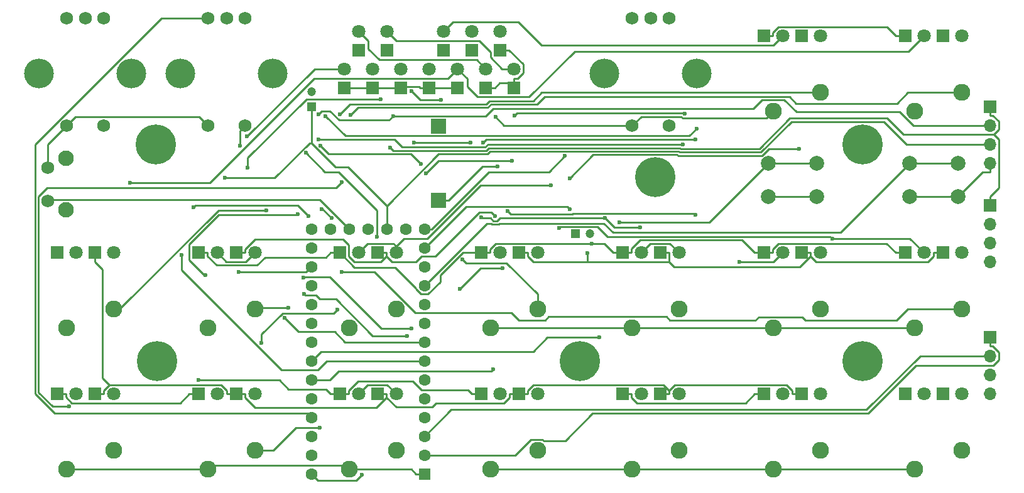
<source format=gbr>
G04 #@! TF.FileFunction,Copper,L1,Top,Signal*
%FSLAX46Y46*%
G04 Gerber Fmt 4.6, Leading zero omitted, Abs format (unit mm)*
G04 Created by KiCad (PCBNEW 4.0.6+dfsg1-1) date Mon Mar  5 09:48:27 2018*
%MOMM*%
%LPD*%
G01*
G04 APERTURE LIST*
%ADD10C,0.100000*%
%ADD11C,1.600000*%
%ADD12R,1.600000X1.600000*%
%ADD13C,2.286000*%
%ADD14R,1.200000X1.200000*%
%ADD15C,1.200000*%
%ADD16R,1.800000X1.800000*%
%ADD17C,1.800000*%
%ADD18R,1.998980X1.998980*%
%ADD19C,5.400000*%
%ADD20C,0.600000*%
%ADD21C,1.750000*%
%ADD22O,4.000000X4.000000*%
%ADD23C,2.000000*%
%ADD24C,2.100000*%
%ADD25R,1.700000X1.700000*%
%ADD26O,1.700000X1.700000*%
%ADD27C,0.250000*%
G04 APERTURE END LIST*
D10*
D11*
X132715000Y-53340000D03*
X130175000Y-53340000D03*
X127635000Y-53340000D03*
X125095000Y-53340000D03*
X135255000Y-53340000D03*
X137795000Y-53340000D03*
X140335000Y-53340000D03*
X125095000Y-55880000D03*
X125095000Y-58420000D03*
X125095000Y-60960000D03*
X125095000Y-63500000D03*
X125095000Y-66040000D03*
X125095000Y-68580000D03*
X125095000Y-71120000D03*
X125095000Y-73660000D03*
X125095000Y-76200000D03*
X125095000Y-78740000D03*
X125095000Y-81280000D03*
X125095000Y-83820000D03*
X125095000Y-86360000D03*
X140335000Y-55880000D03*
X140335000Y-58420000D03*
X140335000Y-60960000D03*
X140335000Y-63500000D03*
X140335000Y-66040000D03*
X140335000Y-68580000D03*
X140335000Y-71120000D03*
X140335000Y-73660000D03*
X140335000Y-76200000D03*
X140335000Y-78740000D03*
X140335000Y-81280000D03*
X140335000Y-83820000D03*
D12*
X140335000Y-86360000D03*
D13*
X92075000Y-85725000D03*
X98425000Y-83185000D03*
X111125000Y-85725000D03*
X117475000Y-83185000D03*
X130175000Y-85725000D03*
X136525000Y-83185000D03*
X149225000Y-85725000D03*
X155575000Y-83185000D03*
X168275000Y-85725000D03*
X174625000Y-83185000D03*
X187325000Y-85725000D03*
X193675000Y-83185000D03*
X206375000Y-85725000D03*
X212725000Y-83185000D03*
X92075000Y-66675000D03*
X98425000Y-64135000D03*
X111125000Y-66675000D03*
X117475000Y-64135000D03*
X130175000Y-66675000D03*
X136525000Y-64135000D03*
X149225000Y-66675000D03*
X155575000Y-64135000D03*
X168275000Y-66675000D03*
X174625000Y-64135000D03*
X187325000Y-66675000D03*
X193675000Y-64135000D03*
X206375000Y-66675000D03*
X212725000Y-64135000D03*
X187325000Y-37465000D03*
X193675000Y-34925000D03*
X206375000Y-37465000D03*
X212725000Y-34925000D03*
D14*
X160655000Y-53975000D03*
D15*
X162655000Y-53975000D03*
D16*
X95885000Y-75565000D03*
D17*
X98425000Y-75565000D03*
D16*
X114935000Y-75565000D03*
D17*
X117475000Y-75565000D03*
D16*
X133985000Y-75565000D03*
D17*
X136525000Y-75565000D03*
D16*
X153035000Y-75565000D03*
D17*
X155575000Y-75565000D03*
D16*
X172085000Y-75565000D03*
D17*
X174625000Y-75565000D03*
D16*
X191135000Y-75565000D03*
D17*
X193675000Y-75565000D03*
D16*
X210185000Y-75565000D03*
D17*
X212725000Y-75565000D03*
D16*
X95885000Y-56515000D03*
D17*
X98425000Y-56515000D03*
D16*
X114935000Y-56515000D03*
D17*
X117475000Y-56515000D03*
D16*
X133985000Y-56515000D03*
D17*
X136525000Y-56515000D03*
D16*
X153035000Y-56515000D03*
D17*
X155575000Y-56515000D03*
D16*
X172085000Y-56515000D03*
D17*
X174625000Y-56515000D03*
D16*
X191135000Y-56515000D03*
D17*
X193675000Y-56515000D03*
D16*
X210185000Y-56515000D03*
D17*
X212725000Y-56515000D03*
D16*
X191135000Y-27305000D03*
D17*
X193675000Y-27305000D03*
D16*
X210185000Y-27305000D03*
D17*
X212725000Y-27305000D03*
D16*
X129540000Y-34290000D03*
D17*
X129540000Y-31750000D03*
D16*
X131445000Y-29210000D03*
D17*
X131445000Y-26670000D03*
D16*
X133350000Y-34290000D03*
D17*
X133350000Y-31750000D03*
D16*
X135255000Y-29210000D03*
D17*
X135255000Y-26670000D03*
D16*
X137160000Y-34290000D03*
D17*
X137160000Y-31750000D03*
D16*
X140970000Y-34290000D03*
D17*
X140970000Y-31750000D03*
D16*
X142875000Y-29210000D03*
D17*
X142875000Y-26670000D03*
D16*
X144780000Y-34290000D03*
D17*
X144780000Y-31750000D03*
D16*
X146685000Y-29210000D03*
D17*
X146685000Y-26670000D03*
D16*
X148590000Y-34290000D03*
D17*
X148590000Y-31750000D03*
D16*
X150495000Y-29210000D03*
D17*
X150495000Y-26670000D03*
D16*
X152400000Y-34290000D03*
D17*
X152400000Y-31750000D03*
D16*
X90805000Y-75565000D03*
D17*
X93345000Y-75565000D03*
D16*
X109855000Y-75565000D03*
D17*
X112395000Y-75565000D03*
D16*
X128905000Y-75565000D03*
D17*
X131445000Y-75565000D03*
D16*
X147955000Y-75565000D03*
D17*
X150495000Y-75565000D03*
D16*
X167005000Y-75565000D03*
D17*
X169545000Y-75565000D03*
D16*
X186055000Y-75565000D03*
D17*
X188595000Y-75565000D03*
D16*
X205105000Y-75565000D03*
D17*
X207645000Y-75565000D03*
D16*
X90805000Y-56515000D03*
D17*
X93345000Y-56515000D03*
D16*
X109855000Y-56515000D03*
D17*
X112395000Y-56515000D03*
D16*
X128905000Y-56515000D03*
D17*
X131445000Y-56515000D03*
D16*
X147955000Y-56515000D03*
D17*
X150495000Y-56515000D03*
D16*
X167005000Y-56515000D03*
D17*
X169545000Y-56515000D03*
D16*
X186055000Y-56515000D03*
D17*
X188595000Y-56515000D03*
D16*
X205105000Y-56515000D03*
D17*
X207645000Y-56515000D03*
D16*
X186055000Y-27305000D03*
D17*
X188595000Y-27305000D03*
D16*
X205105000Y-27305000D03*
D17*
X207645000Y-27305000D03*
D18*
X142240000Y-49451260D03*
X142240000Y-39448740D03*
D19*
X104260000Y-71120000D03*
D20*
X106285000Y-71120000D03*
X105691891Y-72551891D03*
X104260000Y-73145000D03*
X102828109Y-72551891D03*
X102235000Y-71120000D03*
X102828109Y-69688109D03*
X104260000Y-69095000D03*
X105691891Y-69688109D03*
D19*
X161290000Y-71120000D03*
D20*
X163315000Y-71120000D03*
X162721891Y-72551891D03*
X161290000Y-73145000D03*
X159858109Y-72551891D03*
X159265000Y-71120000D03*
X159858109Y-69688109D03*
X161290000Y-69095000D03*
X162721891Y-69688109D03*
D19*
X199390000Y-71120000D03*
D20*
X201415000Y-71120000D03*
X200821891Y-72551891D03*
X199390000Y-73145000D03*
X197958109Y-72551891D03*
X197365000Y-71120000D03*
X197958109Y-69688109D03*
X199390000Y-69095000D03*
X200821891Y-69688109D03*
D19*
X199390000Y-41910000D03*
D20*
X201415000Y-41910000D03*
X200821891Y-43341891D03*
X199390000Y-43935000D03*
X197958109Y-43341891D03*
X197365000Y-41910000D03*
X197958109Y-40478109D03*
X199390000Y-39885000D03*
X200821891Y-40478109D03*
D19*
X171450000Y-46355000D03*
D20*
X173475000Y-46355000D03*
X172881891Y-47786891D03*
X171450000Y-48380000D03*
X170018109Y-47786891D03*
X169425000Y-46355000D03*
X170018109Y-44923109D03*
X171450000Y-44330000D03*
X172881891Y-44923109D03*
D19*
X104140000Y-41910000D03*
D20*
X106165000Y-41910000D03*
X105571891Y-43341891D03*
X104140000Y-43935000D03*
X102708109Y-43341891D03*
X102115000Y-41910000D03*
X102708109Y-40478109D03*
X104140000Y-39885000D03*
X105571891Y-40478109D03*
D21*
X173315000Y-24885000D03*
X168315000Y-24885000D03*
X170815000Y-24885000D03*
X168315000Y-39385000D03*
X173315000Y-39385000D03*
D22*
X164615000Y-32385000D03*
X177015000Y-32385000D03*
D14*
X125095000Y-36830000D03*
D15*
X125095000Y-34830000D03*
D23*
X186690000Y-48950000D03*
X186690000Y-44450000D03*
X193190000Y-48950000D03*
X193190000Y-44450000D03*
X205740000Y-48950000D03*
X205740000Y-44450000D03*
X212240000Y-48950000D03*
X212240000Y-44450000D03*
D24*
X92025000Y-43770000D03*
D21*
X89535000Y-45030000D03*
X89535000Y-49530000D03*
D24*
X92025000Y-50780000D03*
D21*
X116165000Y-24885000D03*
X111165000Y-24885000D03*
X113665000Y-24885000D03*
X111165000Y-39385000D03*
X116165000Y-39385000D03*
D22*
X107465000Y-32385000D03*
X119865000Y-32385000D03*
D21*
X97115000Y-24885000D03*
X92115000Y-24885000D03*
X94615000Y-24885000D03*
X92115000Y-39385000D03*
X97115000Y-39385000D03*
D22*
X88415000Y-32385000D03*
X100815000Y-32385000D03*
D25*
X216535000Y-36830000D03*
D26*
X216535000Y-39370000D03*
X216535000Y-41910000D03*
X216535000Y-44450000D03*
D25*
X216535000Y-50165000D03*
D26*
X216535000Y-52705000D03*
X216535000Y-55245000D03*
X216535000Y-57785000D03*
D25*
X216535000Y-67945000D03*
D26*
X216535000Y-70485000D03*
X216535000Y-73025000D03*
X216535000Y-75565000D03*
D20*
X149893000Y-38236000D03*
X150199300Y-44854700D03*
X150873300Y-58613600D03*
X145090100Y-61432200D03*
X131863200Y-86487400D03*
X113472300Y-46436300D03*
X109866200Y-73701200D03*
X176856800Y-41236200D03*
X148211700Y-41683600D03*
X175404000Y-37761200D03*
X152501500Y-38052300D03*
X162290700Y-56612700D03*
X149882400Y-51599100D03*
X162912000Y-55289700D03*
X159879600Y-46481500D03*
X190796400Y-42532900D03*
X157338800Y-47424000D03*
X128623400Y-64174700D03*
X118385200Y-68724400D03*
X158513500Y-53222500D03*
X195288000Y-54624500D03*
X152098500Y-44140000D03*
X140509600Y-45863700D03*
X116429600Y-40857600D03*
X142542400Y-35893600D03*
X138609000Y-34752100D03*
X182751600Y-57763300D03*
X176838500Y-51436100D03*
X151554800Y-50937400D03*
X100657800Y-47140100D03*
X169408400Y-53143400D03*
X164655400Y-51876800D03*
X147974300Y-51746500D03*
X163885500Y-67966800D03*
X149595600Y-72223900D03*
X109214100Y-50360300D03*
X124714000Y-51610800D03*
X115283400Y-59133100D03*
X146583400Y-41683600D03*
X138915800Y-41683600D03*
X159260700Y-43484800D03*
X159940500Y-50677000D03*
X129216200Y-47050900D03*
X92404100Y-77276700D03*
X126219600Y-80154600D03*
X126468600Y-50629200D03*
X127790200Y-51866300D03*
X124007000Y-59874000D03*
X138600800Y-66765900D03*
X124109000Y-62054200D03*
X138030300Y-67727300D03*
X123220800Y-51335500D03*
X110772400Y-59543100D03*
X119049700Y-50793500D03*
X122030800Y-63950800D03*
X124394800Y-43071300D03*
X133933500Y-54417500D03*
X126346900Y-42114700D03*
X139854100Y-44580300D03*
X145485100Y-57437000D03*
X126078300Y-41285200D03*
X175155800Y-41900700D03*
X127000100Y-38100800D03*
X176984000Y-39811400D03*
X129170100Y-59117600D03*
X128911700Y-37874800D03*
X130340000Y-37993400D03*
X166632900Y-52396500D03*
X136151300Y-38092300D03*
X126072100Y-37867100D03*
X135704400Y-42365300D03*
X134443800Y-35795600D03*
X116467100Y-45037800D03*
X115505100Y-42097800D03*
X121515900Y-65324300D03*
X107593300Y-56858800D03*
D27*
X216535000Y-44450000D02*
X216535000Y-45625300D01*
X215564700Y-45625300D02*
X212240000Y-48950000D01*
X216535000Y-45625300D02*
X215564700Y-45625300D01*
X212240000Y-48950000D02*
X205740000Y-48950000D01*
X193190000Y-48950000D02*
X186690000Y-48950000D01*
X187325000Y-66675000D02*
X206375000Y-66675000D01*
X151042000Y-39385000D02*
X149893000Y-38236000D01*
X168315000Y-39385000D02*
X151042000Y-39385000D01*
X111125000Y-85725000D02*
X92075000Y-85725000D01*
X111680600Y-85169400D02*
X111125000Y-85725000D01*
X129619400Y-85169400D02*
X111680600Y-85169400D01*
X130175000Y-85725000D02*
X129619400Y-85169400D01*
X206375000Y-85725000D02*
X187325000Y-85725000D01*
X187325000Y-85725000D02*
X168275000Y-85725000D01*
X168275000Y-85725000D02*
X149225000Y-85725000D01*
X187325000Y-66675000D02*
X168275000Y-66675000D01*
X168275000Y-66675000D02*
X149225000Y-66675000D01*
X89535000Y-41965000D02*
X89535000Y-45030000D01*
X92115000Y-39385000D02*
X89535000Y-41965000D01*
X93324800Y-38175200D02*
X92115000Y-39385000D01*
X109955200Y-38175200D02*
X93324800Y-38175200D01*
X111165000Y-39385000D02*
X109955200Y-38175200D01*
X186403500Y-38386500D02*
X187325000Y-37465000D01*
X175145000Y-38386500D02*
X186403500Y-38386500D01*
X174927300Y-38168800D02*
X175145000Y-38386500D01*
X169531200Y-38168800D02*
X174927300Y-38168800D01*
X168315000Y-39385000D02*
X169531200Y-38168800D01*
X138574700Y-85725000D02*
X130175000Y-85725000D01*
X139209700Y-86360000D02*
X138574700Y-85725000D01*
X140335000Y-86360000D02*
X139209700Y-86360000D01*
X142240000Y-49451300D02*
X143564800Y-49451300D01*
X148161400Y-44854700D02*
X150199300Y-44854700D01*
X143564800Y-49451300D02*
X148161400Y-44854700D01*
X147908700Y-58613600D02*
X145090100Y-61432200D01*
X150873300Y-58613600D02*
X147908700Y-58613600D01*
X125949700Y-87214700D02*
X125095000Y-86360000D01*
X131135900Y-87214700D02*
X125949700Y-87214700D01*
X131863200Y-86487400D02*
X131135900Y-87214700D01*
X125095000Y-36830000D02*
X125095000Y-37755300D01*
X135255000Y-50213700D02*
X135255000Y-53340000D01*
X205280100Y-41910000D02*
X216535000Y-41910000D01*
X202232000Y-38861900D02*
X205280100Y-41910000D01*
X189766800Y-38861900D02*
X202232000Y-38861900D01*
X185652400Y-42976300D02*
X189766800Y-38861900D01*
X174710200Y-42976300D02*
X185652400Y-42976300D01*
X174593300Y-42859400D02*
X174710200Y-42976300D01*
X149194100Y-42859400D02*
X174593300Y-42859400D01*
X148844000Y-43209500D02*
X149194100Y-42859400D01*
X142259200Y-43209500D02*
X148844000Y-43209500D01*
X135255000Y-50213700D02*
X142259200Y-43209500D01*
X120145500Y-46436300D02*
X113472300Y-46436300D01*
X124834700Y-41747100D02*
X120145500Y-46436300D01*
X125095000Y-41747100D02*
X124834700Y-41747100D01*
X125095000Y-37755300D02*
X125095000Y-41747100D01*
X130050800Y-45009500D02*
X135255000Y-50213700D01*
X128357400Y-45009500D02*
X130050800Y-45009500D01*
X125095000Y-41747100D02*
X128357400Y-45009500D01*
X147955000Y-75565000D02*
X146729700Y-75565000D01*
X128905000Y-75565000D02*
X130130300Y-75565000D01*
X127044700Y-74930000D02*
X127679700Y-75565000D01*
X122014900Y-74930000D02*
X127044700Y-74930000D01*
X120786100Y-73701200D02*
X122014900Y-74930000D01*
X109866200Y-73701200D02*
X120786100Y-73701200D01*
X128905000Y-75565000D02*
X127679700Y-75565000D01*
X148659100Y-41236200D02*
X176856800Y-41236200D01*
X148211700Y-41683600D02*
X148659100Y-41236200D01*
X183604400Y-76790300D02*
X184829700Y-75565000D01*
X168996100Y-76790300D02*
X183604400Y-76790300D01*
X168230300Y-76024500D02*
X168996100Y-76790300D01*
X168230300Y-75565000D02*
X168230300Y-76024500D01*
X167005000Y-75565000D02*
X168230300Y-75565000D01*
X186055000Y-75565000D02*
X184829700Y-75565000D01*
X107404400Y-76790300D02*
X108629700Y-75565000D01*
X92819800Y-76790300D02*
X107404400Y-76790300D01*
X92030300Y-76000800D02*
X92819800Y-76790300D01*
X92030300Y-75565000D02*
X92030300Y-76000800D01*
X90805000Y-75565000D02*
X92030300Y-75565000D01*
X109855000Y-75565000D02*
X108629700Y-75565000D01*
X130130300Y-75105400D02*
X130130300Y-75565000D01*
X131346300Y-73889400D02*
X130130300Y-75105400D01*
X138759400Y-73889400D02*
X131346300Y-73889400D01*
X139944600Y-75074600D02*
X138759400Y-73889400D01*
X146239300Y-75074600D02*
X139944600Y-75074600D01*
X146729700Y-75565000D02*
X146239300Y-75074600D01*
X144780000Y-34290000D02*
X140970000Y-34290000D01*
X133350000Y-34290000D02*
X129540000Y-34290000D01*
X140970000Y-34290000D02*
X139744700Y-34290000D01*
X133350000Y-34290000D02*
X134575300Y-34290000D01*
X137323200Y-34126800D02*
X137160000Y-34290000D01*
X139581500Y-34126800D02*
X137323200Y-34126800D01*
X139744700Y-34290000D02*
X139581500Y-34126800D01*
X137160000Y-34290000D02*
X134575300Y-34290000D01*
X133985000Y-75565000D02*
X135210300Y-75565000D01*
X95885000Y-75565000D02*
X97110300Y-75565000D01*
X114935000Y-75565000D02*
X113709700Y-75565000D01*
X114935000Y-75565000D02*
X116160300Y-75565000D01*
X153035000Y-75565000D02*
X151809700Y-75565000D01*
X151809700Y-76024600D02*
X151809700Y-75565000D01*
X151044000Y-76790300D02*
X151809700Y-76024600D01*
X141910600Y-76790300D02*
X151044000Y-76790300D01*
X141345700Y-77355200D02*
X141910600Y-76790300D01*
X136541000Y-77355200D02*
X141345700Y-77355200D01*
X135210300Y-76024500D02*
X136541000Y-77355200D01*
X133856800Y-77378000D02*
X135210300Y-76024500D01*
X117513800Y-77378000D02*
X133856800Y-77378000D01*
X116160300Y-76024500D02*
X117513800Y-77378000D01*
X116160300Y-75565000D02*
X116160300Y-76024500D01*
X135210300Y-76024500D02*
X135210300Y-75565000D01*
X191135000Y-75565000D02*
X189909700Y-75565000D01*
X172085000Y-75565000D02*
X173310300Y-75565000D01*
X153035000Y-75565000D02*
X154260300Y-75565000D01*
X154260300Y-75105400D02*
X154260300Y-75565000D01*
X155026000Y-74339700D02*
X154260300Y-75105400D01*
X172544600Y-74339700D02*
X155026000Y-74339700D01*
X173310300Y-75105400D02*
X172544600Y-74339700D01*
X174076000Y-74339700D02*
X173310300Y-75105400D01*
X189143900Y-74339700D02*
X174076000Y-74339700D01*
X189909700Y-75105500D02*
X189143900Y-74339700D01*
X189909700Y-75565000D02*
X189909700Y-75105500D01*
X173310300Y-75105400D02*
X173310300Y-75565000D01*
X96956500Y-73420100D02*
X97876100Y-74339700D01*
X96956500Y-58811800D02*
X96956500Y-73420100D01*
X95885000Y-57740300D02*
X96956500Y-58811800D01*
X97110300Y-75105500D02*
X97876100Y-74339700D01*
X97110300Y-75565000D02*
X97110300Y-75105500D01*
X113709700Y-75105400D02*
X113709700Y-75565000D01*
X112944000Y-74339700D02*
X113709700Y-75105400D01*
X97876100Y-74339700D02*
X112944000Y-74339700D01*
X95885000Y-56515000D02*
X95885000Y-57740300D01*
X175358100Y-37715300D02*
X175404000Y-37761200D01*
X152838500Y-37715300D02*
X175358100Y-37715300D01*
X152501500Y-38052300D02*
X152838500Y-37715300D01*
X133985000Y-56515000D02*
X135210300Y-56515000D01*
X114935000Y-56515000D02*
X116160300Y-56515000D01*
X153035000Y-56515000D02*
X154260300Y-56515000D01*
X210185000Y-56515000D02*
X208959700Y-56515000D01*
X191135000Y-56515000D02*
X192360300Y-56515000D01*
X172085000Y-56515000D02*
X173310300Y-56515000D01*
X193126000Y-57740300D02*
X192360300Y-56974600D01*
X208193900Y-57740300D02*
X193126000Y-57740300D01*
X208959700Y-56974500D02*
X208193900Y-57740300D01*
X208959700Y-56515000D02*
X208959700Y-56974500D01*
X192360300Y-56974600D02*
X192360300Y-56515000D01*
X155026000Y-57740300D02*
X162290700Y-57740300D01*
X154260300Y-56974600D02*
X155026000Y-57740300D01*
X154260300Y-56515000D02*
X154260300Y-56974600D01*
X162290700Y-57740300D02*
X162290700Y-56612700D01*
X173310300Y-57740300D02*
X162290700Y-57740300D01*
X173982000Y-58412000D02*
X173310300Y-57740300D01*
X190922900Y-58412000D02*
X173982000Y-58412000D01*
X192360300Y-56974600D02*
X190922900Y-58412000D01*
X173310300Y-57740300D02*
X173310300Y-56515000D01*
X135976100Y-57740400D02*
X135210300Y-56974600D01*
X139209600Y-57740400D02*
X135976100Y-57740400D01*
X139944600Y-57005400D02*
X139209600Y-57740400D01*
X141825800Y-57005400D02*
X139944600Y-57005400D01*
X147767800Y-51063400D02*
X141825800Y-57005400D01*
X149346700Y-51063400D02*
X147767800Y-51063400D01*
X149882400Y-51599100D02*
X149346700Y-51063400D01*
X134431700Y-57753200D02*
X135210300Y-56974600D01*
X130867700Y-57753200D02*
X134431700Y-57753200D01*
X130130400Y-57015900D02*
X130867700Y-57753200D01*
X130130400Y-55480200D02*
X130130400Y-57015900D01*
X129340700Y-54690500D02*
X130130400Y-55480200D01*
X117525300Y-54690500D02*
X129340700Y-54690500D01*
X116160300Y-56055500D02*
X117525300Y-54690500D01*
X116160300Y-56515000D02*
X116160300Y-56055500D01*
X135210300Y-56974600D02*
X135210300Y-56515000D01*
X150495000Y-29210000D02*
X151720300Y-29210000D01*
X153634700Y-31124400D02*
X151720300Y-29210000D01*
X153634700Y-32289500D02*
X153634700Y-31124400D01*
X152859500Y-33064700D02*
X153634700Y-32289500D01*
X152400000Y-33064700D02*
X152859500Y-33064700D01*
X152400000Y-34290000D02*
X152400000Y-33677300D01*
X152400000Y-33677300D02*
X152400000Y-33064700D01*
X150428000Y-33677300D02*
X149815300Y-34290000D01*
X152400000Y-33677300D02*
X150428000Y-33677300D01*
X148590000Y-34290000D02*
X149815300Y-34290000D01*
X205105000Y-56515000D02*
X203879700Y-56515000D01*
X186617900Y-56515000D02*
X187280300Y-56515000D01*
X186617900Y-56515000D02*
X186055000Y-56515000D01*
X186055000Y-56515000D02*
X184829700Y-56515000D01*
X168230300Y-55968400D02*
X168230300Y-56515000D01*
X169404000Y-54794700D02*
X168230300Y-55968400D01*
X183109400Y-54794700D02*
X169404000Y-54794700D01*
X184829700Y-56515000D02*
X183109400Y-54794700D01*
X167567900Y-56515000D02*
X168230300Y-56515000D01*
X127044700Y-57150000D02*
X127679700Y-56515000D01*
X118845000Y-57150000D02*
X127044700Y-57150000D01*
X117789100Y-58205900D02*
X118845000Y-57150000D01*
X112311700Y-58205900D02*
X117789100Y-58205900D01*
X111080300Y-56974500D02*
X112311700Y-58205900D01*
X111080300Y-56515000D02*
X111080300Y-56974500D01*
X109855000Y-56515000D02*
X111080300Y-56515000D01*
X128905000Y-56515000D02*
X127679700Y-56515000D01*
X202633400Y-55268700D02*
X203879700Y-56515000D01*
X188070200Y-55268700D02*
X202633400Y-55268700D01*
X187280300Y-56058600D02*
X188070200Y-55268700D01*
X187280300Y-56515000D02*
X187280300Y-56058600D01*
X167567900Y-56515000D02*
X167005000Y-56515000D01*
X167005000Y-56515000D02*
X165779700Y-56515000D01*
X147955000Y-56515000D02*
X149180300Y-56515000D01*
X149946000Y-55289700D02*
X162912000Y-55289700D01*
X149180300Y-56055400D02*
X149946000Y-55289700D01*
X149180300Y-56515000D02*
X149180300Y-56055400D01*
X164554400Y-55289700D02*
X165779700Y-56515000D01*
X162912000Y-55289700D02*
X164554400Y-55289700D01*
X187280300Y-26845400D02*
X187280300Y-27305000D01*
X188046000Y-26079700D02*
X187280300Y-26845400D01*
X202654400Y-26079700D02*
X188046000Y-26079700D01*
X203879700Y-27305000D02*
X202654400Y-26079700D01*
X205105000Y-27305000D02*
X203879700Y-27305000D01*
X186055000Y-27305000D02*
X187280300Y-27305000D01*
X130882200Y-58492200D02*
X128905000Y-56515000D01*
X136393700Y-58492200D02*
X130882200Y-58492200D01*
X139209600Y-61308100D02*
X136393700Y-58492200D01*
X139209600Y-61435700D02*
X139209600Y-61308100D01*
X139888200Y-62114300D02*
X139209600Y-61435700D01*
X140819500Y-62114300D02*
X139888200Y-62114300D01*
X142458400Y-60475400D02*
X140819500Y-62114300D01*
X142458400Y-59579400D02*
X142458400Y-60475400D01*
X145522800Y-56515000D02*
X142458400Y-59579400D01*
X147955000Y-56515000D02*
X145522800Y-56515000D01*
X144136400Y-25408600D02*
X142875000Y-26670000D01*
X152987800Y-25408600D02*
X144136400Y-25408600D01*
X156109600Y-28530400D02*
X152987800Y-25408600D01*
X187369600Y-28530400D02*
X156109600Y-28530400D01*
X188595000Y-27305000D02*
X187369600Y-28530400D01*
X186732700Y-42532900D02*
X190796400Y-42532900D01*
X185839000Y-43426600D02*
X186732700Y-42532900D01*
X174523600Y-43426600D02*
X185839000Y-43426600D01*
X174406700Y-43309700D02*
X174523600Y-43426600D01*
X163051400Y-43309700D02*
X174406700Y-43309700D01*
X159879600Y-46481500D02*
X163051400Y-43309700D01*
X132759600Y-27984600D02*
X131445000Y-26670000D01*
X132759600Y-29037600D02*
X132759600Y-27984600D01*
X134246600Y-30524600D02*
X132759600Y-29037600D01*
X147364600Y-30524600D02*
X134246600Y-30524600D01*
X148590000Y-31750000D02*
X147364600Y-30524600D01*
X136136800Y-55289600D02*
X136525000Y-55677800D01*
X132670400Y-55289600D02*
X136136800Y-55289600D01*
X131445000Y-56515000D02*
X132670400Y-55289600D01*
X136525000Y-55677800D02*
X136525000Y-56515000D01*
X147900600Y-47424000D02*
X157338800Y-47424000D01*
X140685600Y-54639000D02*
X147900600Y-47424000D01*
X137563800Y-54639000D02*
X140685600Y-54639000D01*
X136525000Y-55677800D02*
X137563800Y-54639000D01*
X118385200Y-67543800D02*
X118385200Y-68724400D01*
X121230100Y-64698900D02*
X118385200Y-67543800D01*
X128099200Y-64698900D02*
X121230100Y-64698900D01*
X128623400Y-64174700D02*
X128099200Y-64698900D01*
X195007800Y-54344300D02*
X195288000Y-54624500D01*
X164975000Y-54344300D02*
X195007800Y-54344300D01*
X163672900Y-53042200D02*
X164975000Y-54344300D01*
X158693800Y-53042200D02*
X163672900Y-53042200D01*
X158513500Y-53222500D02*
X158693800Y-53042200D01*
X205754500Y-54624500D02*
X207645000Y-56515000D01*
X195288000Y-54624500D02*
X205754500Y-54624500D01*
X142233300Y-44140000D02*
X140509600Y-45863700D01*
X152098500Y-44140000D02*
X142233300Y-44140000D01*
X116249700Y-57740300D02*
X117475000Y-56515000D01*
X113620300Y-57740300D02*
X116249700Y-57740300D01*
X112395000Y-56515000D02*
X113620300Y-57740300D01*
X125537200Y-31750000D02*
X129540000Y-31750000D01*
X116429600Y-40857600D02*
X125537200Y-31750000D01*
X142542400Y-35893500D02*
X142542400Y-35893600D01*
X139750400Y-35893500D02*
X142542400Y-35893500D01*
X138609000Y-34752100D02*
X139750400Y-35893500D01*
X151922900Y-51305500D02*
X151554800Y-50937400D01*
X160228700Y-51305500D02*
X151922900Y-51305500D01*
X160304900Y-51229300D02*
X160228700Y-51305500D01*
X176631700Y-51229300D02*
X160304900Y-51229300D01*
X176838500Y-51436100D02*
X176631700Y-51229300D01*
X187346700Y-57763300D02*
X182751600Y-57763300D01*
X188595000Y-56515000D02*
X187346700Y-57763300D01*
X135299700Y-74339700D02*
X136525000Y-75565000D01*
X132670300Y-74339700D02*
X135299700Y-74339700D01*
X131445000Y-75565000D02*
X132670300Y-74339700D01*
X146094600Y-33064600D02*
X144780000Y-31750000D01*
X146094600Y-34106300D02*
X146094600Y-33064600D01*
X147503700Y-35515400D02*
X146094600Y-34106300D01*
X154420400Y-35515400D02*
X147503700Y-35515400D01*
X160574900Y-29360900D02*
X154420400Y-35515400D01*
X205589100Y-29360900D02*
X160574900Y-29360900D01*
X207645000Y-27305000D02*
X205589100Y-29360900D01*
X143465400Y-33064600D02*
X144780000Y-31750000D01*
X125465100Y-33064600D02*
X143465400Y-33064600D01*
X111389600Y-47140100D02*
X125465100Y-33064600D01*
X100657800Y-47140100D02*
X111389600Y-47140100D01*
X136569600Y-27984600D02*
X135255000Y-26670000D01*
X147751100Y-27984600D02*
X136569600Y-27984600D01*
X149225000Y-29458500D02*
X147751100Y-27984600D01*
X149225000Y-30200100D02*
X149225000Y-29458500D01*
X150774900Y-31750000D02*
X149225000Y-30200100D01*
X152400000Y-31750000D02*
X150774900Y-31750000D01*
X173399600Y-55289600D02*
X174625000Y-56515000D01*
X170770400Y-55289600D02*
X173399600Y-55289600D01*
X169545000Y-56515000D02*
X170770400Y-55289600D01*
X165922000Y-53143400D02*
X164655400Y-51876800D01*
X169408400Y-53143400D02*
X165922000Y-53143400D01*
X150489100Y-51876800D02*
X164655400Y-51876800D01*
X150141500Y-52224400D02*
X150489100Y-51876800D01*
X149623400Y-52224400D02*
X150141500Y-52224400D01*
X149275800Y-51876800D02*
X149623400Y-52224400D01*
X148104600Y-51876800D02*
X149275800Y-51876800D01*
X147974300Y-51746500D02*
X148104600Y-51876800D01*
X126365000Y-69850000D02*
X125095000Y-71120000D01*
X154991400Y-69850000D02*
X126365000Y-69850000D01*
X156874600Y-67966800D02*
X154991400Y-69850000D01*
X163885500Y-67966800D02*
X156874600Y-67966800D01*
X149349000Y-72470500D02*
X149595600Y-72223900D01*
X128735400Y-72470500D02*
X149349000Y-72470500D01*
X127545900Y-73660000D02*
X128735400Y-72470500D01*
X125095000Y-73660000D02*
X127545900Y-73660000D01*
X123225400Y-50122200D02*
X124714000Y-51610800D01*
X109452200Y-50122200D02*
X123225400Y-50122200D01*
X109214100Y-50360300D02*
X109452200Y-50122200D01*
X124526300Y-78171300D02*
X125095000Y-78740000D01*
X90499500Y-78171300D02*
X124526300Y-78171300D01*
X87879100Y-75550900D02*
X90499500Y-78171300D01*
X87879100Y-41922100D02*
X87879100Y-75550900D01*
X104916200Y-24885000D02*
X87879100Y-41922100D01*
X111165000Y-24885000D02*
X104916200Y-24885000D01*
X124381900Y-59133100D02*
X115283400Y-59133100D01*
X125095000Y-58420000D02*
X124381900Y-59133100D01*
X146583400Y-41683600D02*
X138915800Y-41683600D01*
X157089200Y-45656300D02*
X159260700Y-43484800D01*
X149017400Y-45656300D02*
X157089200Y-45656300D01*
X141333700Y-53340000D02*
X149017400Y-45656300D01*
X140335000Y-53340000D02*
X141333700Y-53340000D01*
X145910100Y-50304900D02*
X140335000Y-55880000D01*
X159568400Y-50304900D02*
X145910100Y-50304900D01*
X159940500Y-50677000D02*
X159568400Y-50304900D01*
X128462300Y-47804800D02*
X129216200Y-47050900D01*
X89481200Y-47804800D02*
X128462300Y-47804800D01*
X88329500Y-48956500D02*
X89481200Y-47804800D01*
X88329500Y-75349600D02*
X88329500Y-48956500D01*
X90256600Y-77276700D02*
X88329500Y-75349600D01*
X92404100Y-77276700D02*
X90256600Y-77276700D01*
X123016200Y-80154600D02*
X126219600Y-80154600D01*
X119985800Y-83185000D02*
X123016200Y-80154600D01*
X117475000Y-83185000D02*
X119985800Y-83185000D01*
X126468600Y-50629300D02*
X126468600Y-50629200D01*
X126553200Y-50629300D02*
X126468600Y-50629300D01*
X127790200Y-51866300D02*
X126553200Y-50629300D01*
X134532700Y-66765900D02*
X138600800Y-66765900D01*
X127579000Y-59812200D02*
X134532700Y-66765900D01*
X124068800Y-59812200D02*
X127579000Y-59812200D01*
X124007000Y-59874000D02*
X124068800Y-59812200D01*
X133367800Y-67727300D02*
X138030300Y-67727300D01*
X128411800Y-62771300D02*
X133367800Y-67727300D01*
X126220400Y-62771300D02*
X128411800Y-62771300D01*
X125679100Y-62230000D02*
X126220400Y-62771300D01*
X124284800Y-62230000D02*
X125679100Y-62230000D01*
X124109000Y-62054200D02*
X124284800Y-62230000D01*
X123137400Y-51418900D02*
X123220800Y-51335500D01*
X112610300Y-51418900D02*
X123137400Y-51418900D01*
X108629600Y-55399600D02*
X112610300Y-51418900D01*
X108629600Y-57549700D02*
X108629600Y-55399600D01*
X110623000Y-59543100D02*
X108629600Y-57549700D01*
X110772400Y-59543100D02*
X110623000Y-59543100D01*
X99257300Y-64135000D02*
X98425000Y-64135000D01*
X112598800Y-50793500D02*
X99257300Y-64135000D01*
X119049700Y-50793500D02*
X112598800Y-50793500D01*
X122030800Y-63950900D02*
X122030800Y-63950800D01*
X117659100Y-63950900D02*
X122030800Y-63950900D01*
X117475000Y-64135000D02*
X117659100Y-63950900D01*
X133933400Y-54417500D02*
X133933500Y-54417500D01*
X133933400Y-50820800D02*
X133933400Y-54417500D01*
X128731700Y-45619100D02*
X133933400Y-50820800D01*
X126942600Y-45619100D02*
X128731700Y-45619100D01*
X124394800Y-43071300D02*
X126942600Y-45619100D01*
X138483400Y-43209600D02*
X139854100Y-44580300D01*
X127441800Y-43209600D02*
X138483400Y-43209600D01*
X126346900Y-42114700D02*
X127441800Y-43209600D01*
X155575000Y-62122800D02*
X155575000Y-64135000D01*
X151384100Y-57931900D02*
X155575000Y-62122800D01*
X145980000Y-57931900D02*
X151384100Y-57931900D01*
X145485100Y-57437000D02*
X145980000Y-57931900D01*
X136324200Y-41285200D02*
X126078300Y-41285200D01*
X137347900Y-42308900D02*
X136324200Y-41285200D01*
X148470800Y-42308900D02*
X137347900Y-42308900D01*
X148879000Y-41900700D02*
X148470800Y-42308900D01*
X175155800Y-41900700D02*
X148879000Y-41900700D01*
X129682300Y-40783000D02*
X127000100Y-38100800D01*
X176012400Y-40783000D02*
X129682300Y-40783000D01*
X176984000Y-39811400D02*
X176012400Y-40783000D01*
X133584200Y-59117600D02*
X129170100Y-59117600D01*
X139129500Y-64662900D02*
X133584200Y-59117600D01*
X152071600Y-64662900D02*
X139129500Y-64662900D01*
X153052800Y-65644100D02*
X152071600Y-64662900D01*
X156605900Y-65644100D02*
X153052800Y-65644100D01*
X157083700Y-65166300D02*
X156605900Y-65644100D01*
X172951200Y-65166300D02*
X157083700Y-65166300D01*
X173424800Y-65639900D02*
X172951200Y-65166300D01*
X184915400Y-65639900D02*
X173424800Y-65639900D01*
X185373900Y-65181400D02*
X184915400Y-65639900D01*
X191244500Y-65181400D02*
X185373900Y-65181400D01*
X191703000Y-65639900D02*
X191244500Y-65181400D01*
X203965400Y-65639900D02*
X191703000Y-65639900D01*
X205470300Y-64135000D02*
X203965400Y-65639900D01*
X212725000Y-64135000D02*
X205470300Y-64135000D01*
X130260200Y-36526300D02*
X128911700Y-37874800D01*
X148669300Y-36526300D02*
X130260200Y-36526300D01*
X149119500Y-36076100D02*
X148669300Y-36526300D01*
X154973000Y-36076100D02*
X149119500Y-36076100D01*
X156124100Y-34925000D02*
X154973000Y-36076100D01*
X193675000Y-34925000D02*
X156124100Y-34925000D01*
X131356700Y-36976700D02*
X130340000Y-37993400D01*
X148855800Y-36976700D02*
X131356700Y-36976700D01*
X149306100Y-36526400D02*
X148855800Y-36976700D01*
X155478200Y-36526400D02*
X149306100Y-36526400D01*
X156530100Y-35474500D02*
X155478200Y-36526400D01*
X189524200Y-35474500D02*
X156530100Y-35474500D01*
X190443100Y-36393400D02*
X189524200Y-35474500D01*
X203992700Y-36393400D02*
X190443100Y-36393400D01*
X205461100Y-34925000D02*
X203992700Y-36393400D01*
X212725000Y-34925000D02*
X205461100Y-34925000D01*
X193190000Y-44450000D02*
X186690000Y-44450000D01*
X178743500Y-52396500D02*
X166632900Y-52396500D01*
X186690000Y-44450000D02*
X178743500Y-52396500D01*
X212240000Y-44450000D02*
X205740000Y-44450000D01*
X196393700Y-53796300D02*
X205740000Y-44450000D01*
X165744800Y-53796300D02*
X196393700Y-53796300D01*
X164514900Y-52566400D02*
X165744800Y-53796300D01*
X150436400Y-52566400D02*
X164514900Y-52566400D01*
X150328100Y-52674700D02*
X150436400Y-52566400D01*
X149436800Y-52674700D02*
X150328100Y-52674700D01*
X149328500Y-52566400D02*
X149436800Y-52674700D01*
X148728600Y-52566400D02*
X149328500Y-52566400D01*
X140335000Y-60960000D02*
X148728600Y-52566400D01*
X89666700Y-49398300D02*
X89535000Y-49530000D01*
X126233300Y-49398300D02*
X89666700Y-49398300D01*
X130175000Y-53340000D02*
X126233300Y-49398300D01*
X148602400Y-38092300D02*
X136151300Y-38092300D01*
X149559000Y-37135700D02*
X148602400Y-38092300D01*
X184645800Y-37135700D02*
X149559000Y-37135700D01*
X185856600Y-35924900D02*
X184645800Y-37135700D01*
X188825000Y-35924900D02*
X185856600Y-35924900D01*
X190461800Y-37561700D02*
X188825000Y-35924900D01*
X204395200Y-37561700D02*
X190461800Y-37561700D01*
X206203500Y-39370000D02*
X204395200Y-37561700D01*
X216535000Y-39370000D02*
X206203500Y-39370000D01*
X126465400Y-37473800D02*
X126072100Y-37867100D01*
X127620000Y-37473800D02*
X126465400Y-37473800D01*
X128820100Y-38673900D02*
X127620000Y-37473800D01*
X135569700Y-38673900D02*
X128820100Y-38673900D01*
X136151300Y-38092300D02*
X135569700Y-38673900D01*
X216535000Y-36830000D02*
X216535000Y-38005300D01*
X216535000Y-50165000D02*
X216535000Y-48989700D01*
X217721900Y-41254600D02*
X217047400Y-40580100D01*
X217721900Y-47802800D02*
X217721900Y-41254600D01*
X216535000Y-48989700D02*
X217721900Y-47802800D01*
X216902300Y-38005300D02*
X216535000Y-38005300D01*
X217726000Y-38829000D02*
X216902300Y-38005300D01*
X217726000Y-39901500D02*
X217726000Y-38829000D01*
X217047400Y-40580100D02*
X217726000Y-39901500D01*
X124422100Y-35795600D02*
X134443800Y-35795600D01*
X116467100Y-43750600D02*
X124422100Y-35795600D01*
X116467100Y-45037800D02*
X116467100Y-43750600D01*
X204847600Y-40580100D02*
X217047400Y-40580100D01*
X202679000Y-38411500D02*
X204847600Y-40580100D01*
X189580300Y-38411500D02*
X202679000Y-38411500D01*
X185465800Y-42526000D02*
X189580300Y-38411500D01*
X174896800Y-42526000D02*
X185465800Y-42526000D01*
X174779900Y-42409100D02*
X174896800Y-42526000D01*
X149007500Y-42409100D02*
X174779900Y-42409100D01*
X148657400Y-42759200D02*
X149007500Y-42409100D01*
X136098300Y-42759200D02*
X148657400Y-42759200D01*
X135704400Y-42365300D02*
X136098300Y-42759200D01*
X115505100Y-40044900D02*
X115505100Y-42097800D01*
X116165000Y-39385000D02*
X115505100Y-40044900D01*
X129645100Y-68580000D02*
X140335000Y-68580000D01*
X128230500Y-67165400D02*
X129645100Y-68580000D01*
X123357000Y-67165400D02*
X128230500Y-67165400D01*
X121515900Y-65324300D02*
X123357000Y-67165400D01*
X127120500Y-71120000D02*
X140335000Y-71120000D01*
X125943000Y-72297500D02*
X127120500Y-71120000D01*
X121027800Y-72297500D02*
X125943000Y-72297500D01*
X107593300Y-58863000D02*
X121027800Y-72297500D01*
X107593300Y-56858800D02*
X107593300Y-58863000D01*
X216535000Y-67945000D02*
X216535000Y-69120300D01*
X152533200Y-83820000D02*
X140335000Y-83820000D01*
X154650700Y-81702500D02*
X152533200Y-83820000D01*
X156239000Y-81702500D02*
X154650700Y-81702500D01*
X156391900Y-81855400D02*
X156239000Y-81702500D01*
X159343100Y-81855400D02*
X156391900Y-81855400D01*
X162990200Y-78208300D02*
X159343100Y-81855400D01*
X200154500Y-78208300D02*
X162990200Y-78208300D01*
X206607800Y-71755000D02*
X200154500Y-78208300D01*
X216987500Y-71755000D02*
X206607800Y-71755000D01*
X217726000Y-71016500D02*
X216987500Y-71755000D01*
X217726000Y-69944000D02*
X217726000Y-71016500D01*
X216902300Y-69120300D02*
X217726000Y-69944000D01*
X216535000Y-69120300D02*
X216902300Y-69120300D01*
X216535000Y-70485000D02*
X215359700Y-70485000D01*
X207128200Y-70485000D02*
X215359700Y-70485000D01*
X199922300Y-77690900D02*
X207128200Y-70485000D01*
X143924100Y-77690900D02*
X199922300Y-77690900D01*
X140335000Y-81280000D02*
X143924100Y-77690900D01*
M02*

</source>
